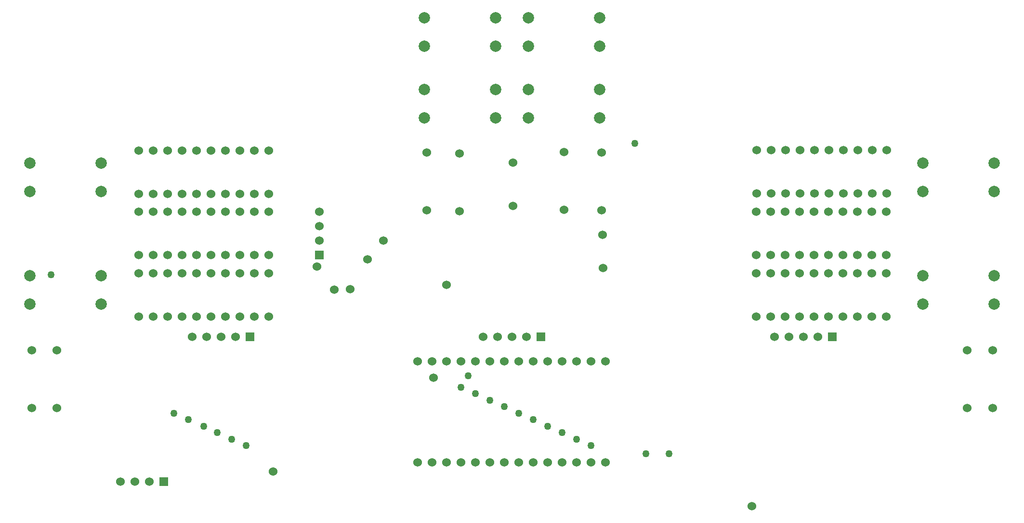
<source format=gbr>
G04 start of page 5 for group 3 idx 3 *
G04 Title: (unknown), signal3 *
G04 Creator: pcb 20140316 *
G04 CreationDate: Thu 02 Mar 2017 04:20:42 AM GMT UTC *
G04 For: vince *
G04 Format: Gerber/RS-274X *
G04 PCB-Dimensions (mil): 6900.00 3900.00 *
G04 PCB-Coordinate-Origin: lower left *
%MOIN*%
%FSLAX25Y25*%
%LNGROUP3*%
%ADD64C,0.0380*%
%ADD63C,0.0285*%
%ADD62C,0.0850*%
%ADD61C,0.1260*%
%ADD60C,0.0709*%
%ADD59C,0.1250*%
%ADD58C,0.0472*%
%ADD57C,0.0200*%
%ADD56C,0.0350*%
%ADD55C,0.0500*%
%ADD54C,0.0001*%
%ADD53C,0.0787*%
%ADD52C,0.0600*%
G54D52*X604106Y263157D03*
X604000Y178000D03*
Y220500D03*
Y190500D03*
X594106Y263157D03*
X594000Y178000D03*
Y220500D03*
Y190500D03*
G54D53*X629394Y254343D03*
X678606D03*
X629394Y176343D03*
X678606D03*
G54D52*X574106Y263157D03*
X564106D03*
X554106D03*
X544106D03*
X534106D03*
X524106D03*
X514106D03*
Y233157D03*
X524106D03*
X534106D03*
X544106D03*
X554106D03*
X564106D03*
X574106D03*
X584106D03*
X594106D03*
X604106D03*
G54D53*X629394Y234657D03*
X678606D03*
X284394Y305343D03*
Y354843D03*
Y335157D03*
Y285657D03*
G54D52*X308500Y221000D03*
Y261000D03*
X286000Y221500D03*
Y261500D03*
G54D53*X333606Y305343D03*
Y285657D03*
X356394Y305343D03*
Y285657D03*
G54D52*X345500Y254500D03*
G54D53*X333606Y354843D03*
Y335157D03*
X356394Y354843D03*
X405606D03*
X356394Y335157D03*
X405606D03*
Y305343D03*
Y285657D03*
G54D52*X407000Y221500D03*
Y261500D03*
X381000Y262000D03*
Y222000D03*
X345500Y224500D03*
X584000Y178000D03*
X574000D03*
X564000D03*
X554000D03*
X544000D03*
X534000D03*
X524000D03*
X514000D03*
Y190500D03*
X524000D03*
X534000D03*
X544000D03*
X554000D03*
X564000D03*
X574000D03*
X584000D03*
X584106Y263157D03*
X584000Y220500D03*
X574000D03*
X564000D03*
X554000D03*
X544000D03*
X534000D03*
X524000D03*
X514000D03*
X156500Y233000D03*
Y220500D03*
X146500D03*
X166500Y233000D03*
Y220500D03*
X176500Y233000D03*
Y220500D03*
Y263000D03*
X166500D03*
X156500D03*
X211500Y220500D03*
X116500Y233000D03*
X126500D03*
X136500D03*
X146500D03*
X86500D03*
X96500D03*
X106500D03*
G54D53*X11394Y254343D03*
X60606D03*
X11394Y234657D03*
X60606D03*
G54D52*X146500Y263000D03*
X136500D03*
X126500D03*
X116500D03*
X106500D03*
X96500D03*
X86500D03*
X136500Y220500D03*
X126500D03*
X116500D03*
X106500D03*
X96500D03*
X86500D03*
X279500Y117000D03*
X289500D03*
X299500D03*
X309500D03*
X319500D03*
X329500D03*
X339500D03*
X349500D03*
X325000Y134000D03*
X335000D03*
X345000D03*
X355000D03*
G54D54*G36*
X362000Y137000D02*Y131000D01*
X368000D01*
Y137000D01*
X362000D01*
G37*
G54D52*X359500Y117000D03*
X369500D03*
X379500D03*
X389500D03*
X399500D03*
X409500D03*
Y47000D03*
X399500D03*
X389500D03*
X379500D03*
X369500D03*
X359500D03*
X349500D03*
X339500D03*
X329500D03*
X319500D03*
X309500D03*
X299500D03*
X289500D03*
X279500D03*
X526500Y134000D03*
X514000Y148000D03*
X524000D03*
X534000D03*
X536500Y134000D03*
X546500D03*
X556500D03*
G54D54*G36*
X563500Y137000D02*Y131000D01*
X569500D01*
Y137000D01*
X563500D01*
G37*
G54D52*X544000Y148000D03*
X554000D03*
X564000D03*
X574000D03*
X584000D03*
X594000D03*
X604000D03*
G54D53*X629394Y156657D03*
X678606D03*
G54D52*X677500Y84500D03*
Y124500D03*
X660000Y84500D03*
Y124500D03*
X86500Y190500D03*
X96500D03*
X106500D03*
G54D54*G36*
X101000Y36500D02*Y30500D01*
X107000D01*
Y36500D01*
X101000D01*
G37*
G54D52*X94000Y33500D03*
X84000D03*
X74000D03*
G54D53*X11394Y176343D03*
X60606D03*
Y156657D03*
X11394D03*
G54D52*X30000Y84500D03*
Y124500D03*
X12500Y84500D03*
Y124500D03*
X116500Y190500D03*
X126500D03*
X136500D03*
X146500Y178000D03*
X136500D03*
X126500D03*
X116500D03*
X106500D03*
X96500D03*
X86500D03*
G54D54*G36*
X208500Y193500D02*Y187500D01*
X214500D01*
Y193500D01*
X208500D01*
G37*
G54D52*X211500Y200500D03*
Y210500D03*
X146500Y190500D03*
X156500D03*
Y178000D03*
Y148000D03*
X166500D03*
X176500D03*
X166500Y190500D03*
X176500D03*
Y178000D03*
X166500D03*
X86500Y148000D03*
X96500D03*
X106500D03*
X116500D03*
X126500D03*
X123500Y134000D03*
X136500Y148000D03*
X146500D03*
X133500Y134000D03*
X143500D03*
X153500D03*
G54D54*G36*
X160500Y137000D02*Y131000D01*
X166500D01*
Y137000D01*
X160500D01*
G37*
G54D52*X210000Y182500D03*
X222000Y166500D03*
G54D55*X26000Y177000D03*
G54D52*X233000Y167000D03*
X245000Y187500D03*
X256000Y200500D03*
G54D55*X430000Y268000D03*
G54D52*X511000Y16500D03*
G54D55*X437500Y53000D03*
X453500D03*
X309500Y99000D03*
X319500Y94500D03*
G54D52*X290500Y105500D03*
G54D55*X314500Y107000D03*
X339500Y85500D03*
X349500Y81000D03*
X359500Y76500D03*
X369500Y72000D03*
G54D52*X299500Y170000D03*
X408000Y181500D03*
X407500Y204500D03*
G54D55*X329500Y90000D03*
X379500Y67500D03*
X389500Y63000D03*
X399500Y58500D03*
X111000Y81000D03*
X121000Y76500D03*
X131500Y72000D03*
X141000Y67500D03*
X151000Y63000D03*
X161000Y58500D03*
G54D52*X179500Y40500D03*
G54D56*G54D57*G54D56*G54D57*G54D56*G54D57*G54D56*G54D57*G54D56*G54D57*G54D56*G54D58*G54D59*G54D60*G54D61*G54D58*G54D60*G54D56*G54D62*G54D56*G54D58*G54D60*G54D58*G54D60*G54D58*G54D60*G54D58*G54D60*G54D63*G54D59*G54D58*G54D63*G54D61*G54D58*G54D60*G54D59*G54D60*G54D58*G54D60*G54D58*G54D60*G54D63*G54D59*G54D63*G54D56*G54D64*G54D62*G54D59*G54D56*G54D58*G54D60*G54D59*G54D58*G54D60*G54D58*G54D56*G54D62*G54D64*G54D56*G54D62*G54D56*G54D62*G54D56*G54D62*G54D64*G54D56*G54D64*G54D62*G54D56*G54D62*G54D56*G54D58*G54D60*G54D63*G54D62*G54D61*G54D56*G54D64*G54D58*G54D60*G54D61*G54D58*G54D62*G54D58*G54D60*G54D63*G54D56*G54D64*G54D56*G54D61*G54D56*G54D64*G54D56*G54D64*G54D62*M02*

</source>
